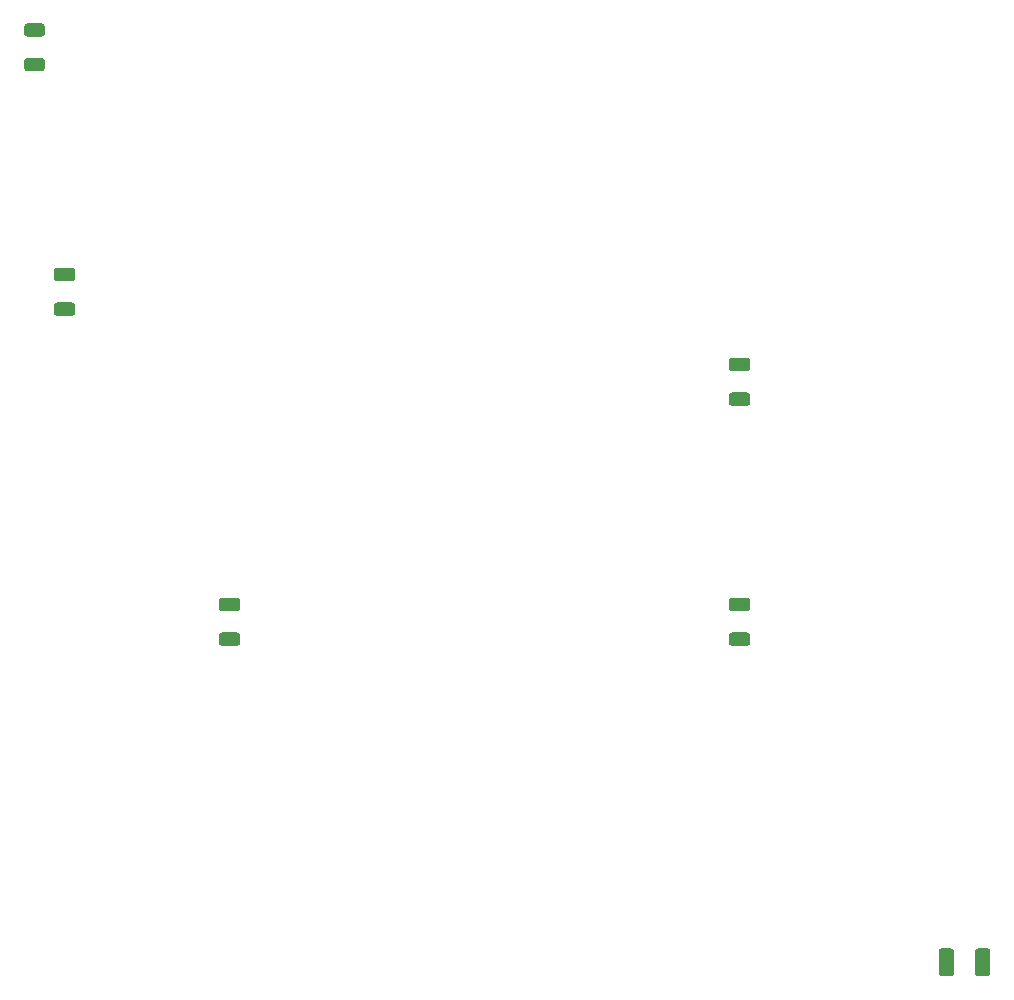
<source format=gtp>
%TF.GenerationSoftware,KiCad,Pcbnew,(5.1.9)-1*%
%TF.CreationDate,2021-09-28T21:55:09+08:00*%
%TF.ProjectId,XTA-Interface,5854412d-496e-4746-9572-666163652e6b,rev?*%
%TF.SameCoordinates,Original*%
%TF.FileFunction,Paste,Top*%
%TF.FilePolarity,Positive*%
%FSLAX46Y46*%
G04 Gerber Fmt 4.6, Leading zero omitted, Abs format (unit mm)*
G04 Created by KiCad (PCBNEW (5.1.9)-1) date 2021-09-28 21:55:09*
%MOMM*%
%LPD*%
G01*
G04 APERTURE LIST*
G04 APERTURE END LIST*
%TO.C,C5*%
G36*
G01*
X179310000Y-127290001D02*
X179310000Y-125439999D01*
G75*
G02*
X179559999Y-125190000I249999J0D01*
G01*
X180385001Y-125190000D01*
G75*
G02*
X180635000Y-125439999I0J-249999D01*
G01*
X180635000Y-127290001D01*
G75*
G02*
X180385001Y-127540000I-249999J0D01*
G01*
X179559999Y-127540000D01*
G75*
G02*
X179310000Y-127290001I0J249999D01*
G01*
G37*
G36*
G01*
X176235000Y-127290001D02*
X176235000Y-125439999D01*
G75*
G02*
X176484999Y-125190000I249999J0D01*
G01*
X177310001Y-125190000D01*
G75*
G02*
X177560000Y-125439999I0J-249999D01*
G01*
X177560000Y-127290001D01*
G75*
G02*
X177310001Y-127540000I-249999J0D01*
G01*
X176484999Y-127540000D01*
G75*
G02*
X176235000Y-127290001I0J249999D01*
G01*
G37*
%TD*%
%TO.C,C2*%
G36*
G01*
X160035001Y-76316000D02*
X158734999Y-76316000D01*
G75*
G02*
X158485000Y-76066001I0J249999D01*
G01*
X158485000Y-75415999D01*
G75*
G02*
X158734999Y-75166000I249999J0D01*
G01*
X160035001Y-75166000D01*
G75*
G02*
X160285000Y-75415999I0J-249999D01*
G01*
X160285000Y-76066001D01*
G75*
G02*
X160035001Y-76316000I-249999J0D01*
G01*
G37*
G36*
G01*
X160035001Y-79266000D02*
X158734999Y-79266000D01*
G75*
G02*
X158485000Y-79016001I0J249999D01*
G01*
X158485000Y-78365999D01*
G75*
G02*
X158734999Y-78116000I249999J0D01*
G01*
X160035001Y-78116000D01*
G75*
G02*
X160285000Y-78365999I0J-249999D01*
G01*
X160285000Y-79016001D01*
G75*
G02*
X160035001Y-79266000I-249999J0D01*
G01*
G37*
%TD*%
%TO.C,C4*%
G36*
G01*
X160035001Y-96636000D02*
X158734999Y-96636000D01*
G75*
G02*
X158485000Y-96386001I0J249999D01*
G01*
X158485000Y-95735999D01*
G75*
G02*
X158734999Y-95486000I249999J0D01*
G01*
X160035001Y-95486000D01*
G75*
G02*
X160285000Y-95735999I0J-249999D01*
G01*
X160285000Y-96386001D01*
G75*
G02*
X160035001Y-96636000I-249999J0D01*
G01*
G37*
G36*
G01*
X160035001Y-99586000D02*
X158734999Y-99586000D01*
G75*
G02*
X158485000Y-99336001I0J249999D01*
G01*
X158485000Y-98685999D01*
G75*
G02*
X158734999Y-98436000I249999J0D01*
G01*
X160035001Y-98436000D01*
G75*
G02*
X160285000Y-98685999I0J-249999D01*
G01*
X160285000Y-99336001D01*
G75*
G02*
X160035001Y-99586000I-249999J0D01*
G01*
G37*
%TD*%
%TO.C,C3*%
G36*
G01*
X116855001Y-99586000D02*
X115554999Y-99586000D01*
G75*
G02*
X115305000Y-99336001I0J249999D01*
G01*
X115305000Y-98685999D01*
G75*
G02*
X115554999Y-98436000I249999J0D01*
G01*
X116855001Y-98436000D01*
G75*
G02*
X117105000Y-98685999I0J-249999D01*
G01*
X117105000Y-99336001D01*
G75*
G02*
X116855001Y-99586000I-249999J0D01*
G01*
G37*
G36*
G01*
X116855001Y-96636000D02*
X115554999Y-96636000D01*
G75*
G02*
X115305000Y-96386001I0J249999D01*
G01*
X115305000Y-95735999D01*
G75*
G02*
X115554999Y-95486000I249999J0D01*
G01*
X116855001Y-95486000D01*
G75*
G02*
X117105000Y-95735999I0J-249999D01*
G01*
X117105000Y-96386001D01*
G75*
G02*
X116855001Y-96636000I-249999J0D01*
G01*
G37*
%TD*%
%TO.C,C1*%
G36*
G01*
X102885001Y-68696000D02*
X101584999Y-68696000D01*
G75*
G02*
X101335000Y-68446001I0J249999D01*
G01*
X101335000Y-67795999D01*
G75*
G02*
X101584999Y-67546000I249999J0D01*
G01*
X102885001Y-67546000D01*
G75*
G02*
X103135000Y-67795999I0J-249999D01*
G01*
X103135000Y-68446001D01*
G75*
G02*
X102885001Y-68696000I-249999J0D01*
G01*
G37*
G36*
G01*
X102885001Y-71646000D02*
X101584999Y-71646000D01*
G75*
G02*
X101335000Y-71396001I0J249999D01*
G01*
X101335000Y-70745999D01*
G75*
G02*
X101584999Y-70496000I249999J0D01*
G01*
X102885001Y-70496000D01*
G75*
G02*
X103135000Y-70745999I0J-249999D01*
G01*
X103135000Y-71396001D01*
G75*
G02*
X102885001Y-71646000I-249999J0D01*
G01*
G37*
%TD*%
%TO.C,R1*%
G36*
G01*
X100320001Y-47995000D02*
X99069999Y-47995000D01*
G75*
G02*
X98820000Y-47745001I0J249999D01*
G01*
X98820000Y-47119999D01*
G75*
G02*
X99069999Y-46870000I249999J0D01*
G01*
X100320001Y-46870000D01*
G75*
G02*
X100570000Y-47119999I0J-249999D01*
G01*
X100570000Y-47745001D01*
G75*
G02*
X100320001Y-47995000I-249999J0D01*
G01*
G37*
G36*
G01*
X100320001Y-50920000D02*
X99069999Y-50920000D01*
G75*
G02*
X98820000Y-50670001I0J249999D01*
G01*
X98820000Y-50044999D01*
G75*
G02*
X99069999Y-49795000I249999J0D01*
G01*
X100320001Y-49795000D01*
G75*
G02*
X100570000Y-50044999I0J-249999D01*
G01*
X100570000Y-50670001D01*
G75*
G02*
X100320001Y-50920000I-249999J0D01*
G01*
G37*
%TD*%
M02*

</source>
